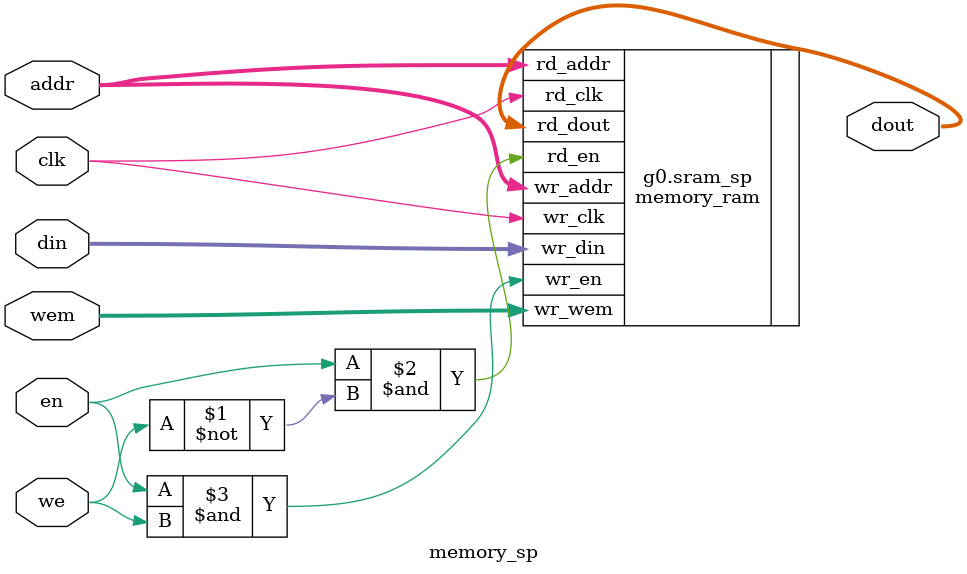
<source format=v>
module memory_sp  # (parameter DW    = 104,          // memory width
			parameter DEPTH = 32,           // memory depth
			parameter MCW   = 8,            // repair/config width
			parameter AW    = $clog2(DEPTH) // address bus width  
		       ) 
   (// memory interface (single port)
    input 	    clk, // clock
    input 	    en, // memory access   
    input 	    we, // write enable global signal   
    input [DW-1:0]  wem, // write enable vector
    input [AW-1:0]  addr, // address
    input [DW-1:0]  din, // data input
    output [DW-1:0] dout, // data output
    );

   generate
	begin : g0
	   memory_ram #(.DW(DW),
			   .DEPTH(DEPTH))	     
	   sram_sp (//read port
		    .rd_dout (dout[DW-1:0]),
		    .rd_clk  (clk),
		    .rd_addr (addr[AW-1:0]),
		    .rd_en   (en & ~we),
		    //write port
		    .wr_clk  (clk),
		    .wr_en   (en & we),
		    .wr_addr (addr[AW-1:0]),
		    .wr_wem  (wem[DW-1:0]),
		    .wr_din  (din[DW-1:0]));
	end
   endgenerate
  
endmodule // memory_sp
</source>
